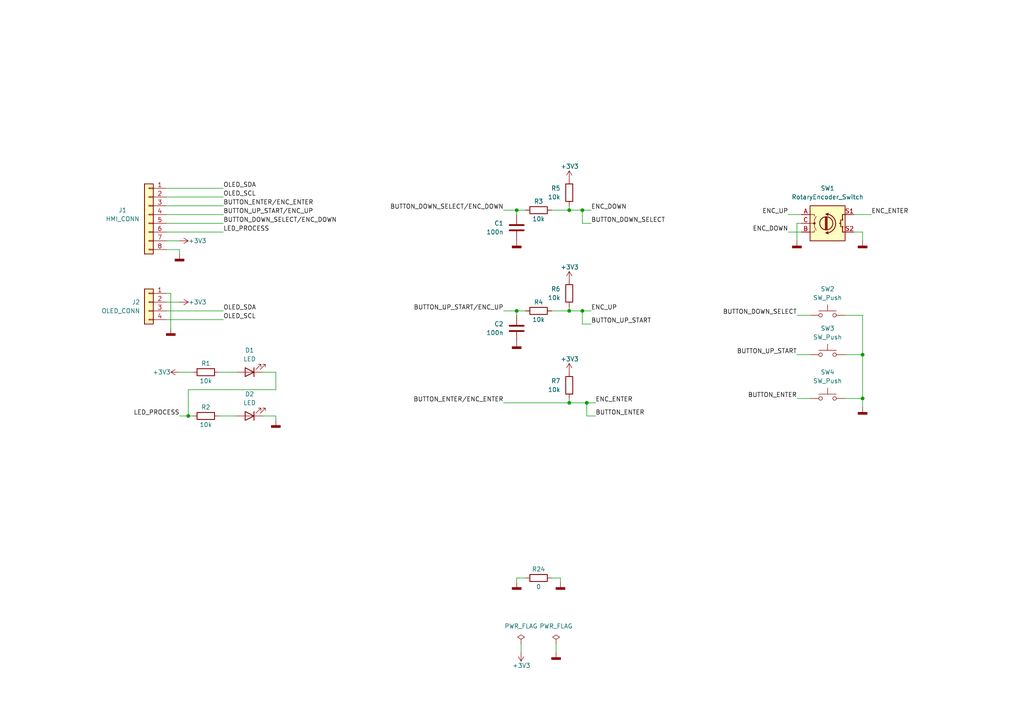
<source format=kicad_sch>
(kicad_sch (version 20211123) (generator eeschema)
  (paper "A4")
  (lib_symbols
    (symbol "Connector_Generic:Conn_01x04" (pin_names (offset 1.016) hide)
      (property "Reference" "J" (at 0 5.08 0))
      (property "Value" "Conn_01x04" (at 0 -7.62 0))
      (symbol "Conn_01x04_1_1"
        (rectangle (start -1.27 -4.953) (end 0 -5.207) (stroke (width 0.1524)))
        (rectangle (start -1.27 -2.413) (end 0 -2.667) (stroke (width 0.1524)))
        (rectangle (start -1.27 0.127) (end 0 -0.127) (stroke (width 0.1524)))
        (rectangle (start -1.27 2.667) (end 0 2.413) (stroke (width 0.1524)))
        (rectangle (start -1.27 3.81) (end 1.27 -6.35) (stroke (width 0.254)) (fill (type background)))
        (pin passive line (at -5.08 2.54 0) (length 3.81) (name "Pin_1") (number "1"))
        (pin passive line (at -5.08 0 0) (length 3.81) (name "Pin_2") (number "2"))
        (pin passive line (at -5.08 -2.54 0) (length 3.81) (name "Pin_3") (number "3"))
        (pin passive line (at -5.08 -5.08 0) (length 3.81) (name "Pin_4") (number "4"))
      )
    )
    (symbol "Connector_Generic:Conn_01x08" (pin_names (offset 1.016) hide)
      (property "Reference" "J" (at 0 10.16 0))
      (property "Value" "Conn_01x08" (at 0 -12.7 0))
      (symbol "Conn_01x08_1_1"
        (rectangle (start -1.27 -10.033) (end 0 -10.287) (stroke (width 0.1524)))
        (rectangle (start -1.27 -7.493) (end 0 -7.747) (stroke (width 0.1524)))
        (rectangle (start -1.27 -4.953) (end 0 -5.207) (stroke (width 0.1524)))
        (rectangle (start -1.27 -2.413) (end 0 -2.667) (stroke (width 0.1524)))
        (rectangle (start -1.27 0.127) (end 0 -0.127) (stroke (width 0.1524)))
        (rectangle (start -1.27 2.667) (end 0 2.413) (stroke (width 0.1524)))
        (rectangle (start -1.27 5.207) (end 0 4.953) (stroke (width 0.1524)))
        (rectangle (start -1.27 7.747) (end 0 7.493) (stroke (width 0.1524)))
        (rectangle (start -1.27 8.89) (end 1.27 -11.43) (stroke (width 0.254)) (fill (type background)))
        (pin passive line (at -5.08 7.62 0) (length 3.81) (name "Pin_1") (number "1"))
        (pin passive line (at -5.08 5.08 0) (length 3.81) (name "Pin_2") (number "2"))
        (pin passive line (at -5.08 2.54 0) (length 3.81) (name "Pin_3") (number "3"))
        (pin passive line (at -5.08 0 0) (length 3.81) (name "Pin_4") (number "4"))
        (pin passive line (at -5.08 -2.54 0) (length 3.81) (name "Pin_5") (number "5"))
        (pin passive line (at -5.08 -5.08 0) (length 3.81) (name "Pin_6") (number "6"))
        (pin passive line (at -5.08 -7.62 0) (length 3.81) (name "Pin_7") (number "7"))
        (pin passive line (at -5.08 -10.16 0) (length 3.81) (name "Pin_8") (number "8"))
      )
    )
    (symbol "Device:C" (pin_numbers hide) (pin_names (offset 0.254))
      (property "Reference" "C" (at 0.635 2.54 0))
      (property "Value" "C" (at 0.635 -2.54 0))
      (symbol "C_0_1"
        (polyline (pts (xy -2.032 -0.762) (xy 2.032 -0.762)) (stroke (width 0.508)))
        (polyline (pts (xy -2.032 0.762) (xy 2.032 0.762)) (stroke (width 0.508)))
      )
      (symbol "C_1_1"
        (pin passive line (at 0 3.81 270) (length 2.794) (name "~") (number "1"))
        (pin passive line (at 0 -3.81 90) (length 2.794) (name "~") (number "2"))
      )
    )
    (symbol "Device:LED" (pin_numbers hide) (pin_names (offset 1.016) hide)
      (property "Reference" "D" (at 0 2.54 0))
      (property "Value" "LED" (at 0 -2.54 0))
      (symbol "LED_0_1"
        (polyline (pts (xy -1.27 -1.27) (xy -1.27 1.27)) (stroke (width 0.254)))
        (polyline (pts (xy -1.27 0) (xy 1.27 0)))
        (polyline (pts (xy 1.27 -1.27) (xy 1.27 1.27) (xy -1.27 0) (xy 1.27 -1.27)) (stroke (width 0.254)))
        (polyline (pts (xy -3.048 -0.762) (xy -4.572 -2.286) (xy -3.81 -2.286) (xy -4.572 -2.286) (xy -4.572 -1.524)))
        (polyline (pts (xy -1.778 -0.762) (xy -3.302 -2.286) (xy -2.54 -2.286) (xy -3.302 -2.286) (xy -3.302 -1.524)))
      )
      (symbol "LED_1_1"
        (pin passive line (at -3.81 0 0) (length 2.54) (name "K") (number "1"))
        (pin passive line (at 3.81 0 180) (length 2.54) (name "A") (number "2"))
      )
    )
    (symbol "Device:R" (pin_numbers hide) (pin_names (offset 0))
      (property "Reference" "R" (at 2.032 0 90))
      (property "Value" "R" (at 0 0 90))
      (symbol "R_0_1"
        (rectangle (start -1.016 -2.54) (end 1.016 2.54) (stroke (width 0.254)))
      )
      (symbol "R_1_1"
        (pin passive line (at 0 3.81 270) (length 1.27) (name "~") (number "1"))
        (pin passive line (at 0 -3.81 90) (length 1.27) (name "~") (number "2"))
      )
    )
    (symbol "Device:RotaryEncoder_Switch" (pin_names (offset 0.254) hide)
      (property "Reference" "SW" (at 0 6.604 0))
      (property "Value" "RotaryEncoder_Switch" (at 0 -6.604 0))
      (symbol "RotaryEncoder_Switch_0_1"
        (rectangle (start -5.08 5.08) (end 5.08 -5.08) (stroke (width 0.254)) (fill (type background)))
        (circle (center -3.81 0) (radius 0.254) (fill (type outline)))
        (arc (start -0.381 -2.794) (mid 2.3622 -0.0508) (end -0.381 2.667) (stroke (width 0.254)))
        (circle (center -0.381 0) (radius 1.905) (stroke (width 0.254)))
        (polyline (pts (xy -0.635 -1.778) (xy -0.635 1.778)) (stroke (width 0.254)))
        (polyline (pts (xy -0.381 -1.778) (xy -0.381 1.778)) (stroke (width 0.254)))
        (polyline (pts (xy -0.127 1.778) (xy -0.127 -1.778)) (stroke (width 0.254)))
        (polyline (pts (xy 3.81 0) (xy 3.429 0)) (stroke (width 0.254)))
        (polyline (pts (xy 3.81 1.016) (xy 3.81 -1.016)) (stroke (width 0.254)))
        (polyline (pts (xy -5.08 -2.54) (xy -3.81 -2.54) (xy -3.81 -2.032)))
        (polyline (pts (xy -5.08 2.54) (xy -3.81 2.54) (xy -3.81 2.032)))
        (polyline (pts (xy 0.254 -3.048) (xy -0.508 -2.794) (xy 0.127 -2.413)) (stroke (width 0.254)))
        (polyline (pts (xy 0.254 2.921) (xy -0.508 2.667) (xy 0.127 2.286)) (stroke (width 0.254)))
        (polyline (pts (xy 5.08 -2.54) (xy 4.318 -2.54) (xy 4.318 -1.016)) (stroke (width 0.254)))
        (polyline (pts (xy 5.08 2.54) (xy 4.318 2.54) (xy 4.318 1.016)) (stroke (width 0.254)))
        (polyline (pts (xy -5.08 0) (xy -3.81 0) (xy -3.81 -1.016) (xy -3.302 -2.032)))
        (polyline (pts (xy -4.318 0) (xy -3.81 0) (xy -3.81 1.016) (xy -3.302 2.032)))
        (circle (center 4.318 -1.016) (radius 0.127) (stroke (width 0.254)))
        (circle (center 4.318 1.016) (radius 0.127) (stroke (width 0.254)))
      )
      (symbol "RotaryEncoder_Switch_1_1"
        (pin passive line (at -7.62 2.54 0) (length 2.54) (name "A") (number "A"))
        (pin passive line (at -7.62 -2.54 0) (length 2.54) (name "B") (number "B"))
        (pin passive line (at -7.62 0 0) (length 2.54) (name "C") (number "C"))
        (pin passive line (at 7.62 2.54 180) (length 2.54) (name "S1") (number "S1"))
        (pin passive line (at 7.62 -2.54 180) (length 2.54) (name "S2") (number "S2"))
      )
    )
    (symbol "Switch:SW_Push" (pin_numbers hide) (pin_names (offset 1.016) hide)
      (property "Reference" "SW" (at 1.27 2.54 0))
      (property "Value" "SW_Push" (at 0 -1.524 0))
      (symbol "SW_Push_0_1"
        (circle (center -2.032 0) (radius 0.508))
        (polyline (pts (xy 0 1.27) (xy 0 3.048)))
        (polyline (pts (xy 2.54 1.27) (xy -2.54 1.27)))
        (circle (center 2.032 0) (radius 0.508))
        (pin passive line (at -5.08 0 0) (length 2.54) (name "1") (number "1"))
        (pin passive line (at 5.08 0 180) (length 2.54) (name "2") (number "2"))
      )
    )
    (symbol "power:+3.3V" (power) (pin_names (offset 0))
      (property "Value" "+3.3V" (at 0 3.556 0))
      (symbol "+3.3V_0_1"
        (polyline (pts (xy -0.762 1.27) (xy 0 2.54)))
        (polyline (pts (xy 0 0) (xy 0 2.54)))
        (polyline (pts (xy 0 2.54) (xy 0.762 1.27)))
      )
      (symbol "+3.3V_1_1"
        (pin power_in line (at 0 0 90) (length 0) hide (name "+3V3") (number "1"))
      )
    )
    (symbol "power:GNDD" (power) (pin_names (offset 0))
      (property "Value" "GNDD" (at 0 -3.175 0))
      (symbol "GNDD_0_1"
        (rectangle (start -1.27 -1.524) (end 1.27 -2.032) (stroke (width 0.254)) (fill (type outline)))
        (polyline (pts (xy 0 0) (xy 0 -1.524)))
      )
      (symbol "GNDD_1_1"
        (pin power_in line (at 0 0 270) (length 0) hide (name "GNDD") (number "1"))
      )
    )
    (symbol "power:PWR_FLAG" (power) (pin_numbers hide) (pin_names (offset 0) hide)
      (property "Value" "PWR_FLAG" (at 0 3.81 0))
      (symbol "PWR_FLAG_0_0"
        (pin power_out line (at 0 0 90) (length 0) (name "pwr") (number "1"))
      )
      (symbol "PWR_FLAG_0_1"
        (polyline (pts (xy 0 0) (xy 0 1.27) (xy -1.016 1.905) (xy 0 2.54) (xy 1.016 1.905) (xy 0 1.27)))
      )
    )
  )
  (junction (at 165.1 60.96))
  (junction (at 250.19 115.57))
  (junction (at 54.61 120.65))
  (junction (at 168.91 60.96))
  (junction (at 149.86 60.96))
  (junction (at 149.86 90.17))
  (junction (at 170.18 116.84))
  (junction (at 168.91 90.17))
  (junction (at 165.1 90.17))
  (junction (at 165.1 116.84))
  (junction (at 250.19 102.87))
  (wire (pts (xy 63.5 107.95) (xy 68.58 107.95)))
  (wire (pts (xy 80.01 120.65) (xy 76.2 120.65)))
  (wire (pts (xy 168.91 60.96) (xy 168.91 64.77)))
  (wire (pts (xy 80.01 121.92) (xy 80.01 120.65)))
  (wire (pts (xy 48.26 62.23) (xy 64.77 62.23)))
  (wire (pts (xy 231.14 64.77) (xy 231.14 69.85)))
  (wire (pts (xy 149.86 90.17) (xy 152.4 90.17)))
  (wire (pts (xy 146.05 116.84) (xy 165.1 116.84)))
  (wire (pts (xy 165.1 115.57) (xy 165.1 116.84)))
  (wire (pts (xy 146.05 90.17) (xy 149.86 90.17)))
  (wire (pts (xy 168.91 90.17) (xy 171.45 90.17)))
  (wire (pts (xy 165.1 88.9) (xy 165.1 90.17)))
  (wire (pts (xy 52.07 107.95) (xy 55.88 107.95)))
  (wire (pts (xy 48.26 69.85) (xy 52.07 69.85)))
  (wire (pts (xy 171.45 60.96) (xy 168.91 60.96)))
  (wire (pts (xy 146.05 60.96) (xy 149.86 60.96)))
  (wire (pts (xy 149.86 90.17) (xy 149.86 91.44)))
  (wire (pts (xy 250.19 102.87) (xy 250.19 91.44)))
  (wire (pts (xy 52.07 87.63) (xy 48.26 87.63)))
  (wire (pts (xy 149.86 60.96) (xy 149.86 62.23)))
  (wire (pts (xy 168.91 93.98) (xy 171.45 93.98)))
  (wire (pts (xy 250.19 118.11) (xy 250.19 115.57)))
  (wire (pts (xy 48.26 90.17) (xy 64.77 90.17)))
  (wire (pts (xy 172.72 120.65) (xy 170.18 120.65)))
  (wire (pts (xy 250.19 67.31) (xy 250.19 69.85)))
  (wire (pts (xy 170.18 116.84) (xy 172.72 116.84)))
  (wire (pts (xy 48.26 54.61) (xy 64.77 54.61)))
  (wire (pts (xy 247.65 67.31) (xy 250.19 67.31)))
  (wire (pts (xy 168.91 64.77) (xy 171.45 64.77)))
  (wire (pts (xy 80.01 113.03) (xy 54.61 113.03)))
  (wire (pts (xy 48.26 64.77) (xy 64.77 64.77)))
  (wire (pts (xy 162.56 167.64) (xy 162.56 168.91)))
  (wire (pts (xy 49.53 85.09) (xy 49.53 95.25)))
  (wire (pts (xy 250.19 115.57) (xy 250.19 102.87)))
  (wire (pts (xy 247.65 62.23) (xy 252.73 62.23)))
  (wire (pts (xy 80.01 107.95) (xy 80.01 113.03)))
  (wire (pts (xy 149.86 60.96) (xy 152.4 60.96)))
  (wire (pts (xy 231.14 102.87) (xy 234.95 102.87)))
  (wire (pts (xy 165.1 60.96) (xy 160.02 60.96)))
  (wire (pts (xy 54.61 120.65) (xy 55.88 120.65)))
  (wire (pts (xy 161.29 186.69) (xy 161.29 189.23)))
  (wire (pts (xy 168.91 93.98) (xy 168.91 90.17)))
  (wire (pts (xy 149.86 167.64) (xy 149.86 168.91)))
  (wire (pts (xy 48.26 57.15) (xy 64.77 57.15)))
  (wire (pts (xy 245.11 115.57) (xy 250.19 115.57)))
  (wire (pts (xy 63.5 120.65) (xy 68.58 120.65)))
  (wire (pts (xy 231.14 115.57) (xy 234.95 115.57)))
  (wire (pts (xy 232.41 64.77) (xy 231.14 64.77)))
  (wire (pts (xy 48.26 59.69) (xy 64.77 59.69)))
  (wire (pts (xy 165.1 90.17) (xy 160.02 90.17)))
  (wire (pts (xy 165.1 116.84) (xy 170.18 116.84)))
  (wire (pts (xy 52.07 120.65) (xy 54.61 120.65)))
  (wire (pts (xy 168.91 60.96) (xy 165.1 60.96)))
  (wire (pts (xy 250.19 91.44) (xy 245.11 91.44)))
  (wire (pts (xy 165.1 90.17) (xy 168.91 90.17)))
  (wire (pts (xy 48.26 67.31) (xy 64.77 67.31)))
  (wire (pts (xy 228.6 67.31) (xy 232.41 67.31)))
  (wire (pts (xy 76.2 107.95) (xy 80.01 107.95)))
  (wire (pts (xy 245.11 102.87) (xy 250.19 102.87)))
  (wire (pts (xy 151.13 186.69) (xy 151.13 189.23)))
  (wire (pts (xy 170.18 120.65) (xy 170.18 116.84)))
  (wire (pts (xy 165.1 59.69) (xy 165.1 60.96)))
  (wire (pts (xy 152.4 167.64) (xy 149.86 167.64)))
  (wire (pts (xy 52.07 72.39) (xy 52.07 73.66)))
  (wire (pts (xy 49.53 85.09) (xy 48.26 85.09)))
  (wire (pts (xy 54.61 113.03) (xy 54.61 120.65)))
  (wire (pts (xy 48.26 92.71) (xy 64.77 92.71)))
  (wire (pts (xy 48.26 72.39) (xy 52.07 72.39)))
  (wire (pts (xy 231.14 91.44) (xy 234.95 91.44)))
  (wire (pts (xy 228.6 62.23) (xy 232.41 62.23)))
  (wire (pts (xy 160.02 167.64) (xy 162.56 167.64)))
  (label "OLED_SCL" (at 64.77 92.71 0))
  (label "ENC_DOWN" (at 171.45 60.96 0))
  (label "BUTTON_DOWN_SELECT{slash}ENC_DOWN" (at 64.77 64.77 0))
  (label "BUTTON_UP_START" (at 231.14 102.87 180))
  (label "BUTTON_UP_START{slash}ENC_UP" (at 146.05 90.17 180))
  (label "BUTTON_ENTER" (at 231.14 115.57 180))
  (label "BUTTON_ENTER{slash}ENC_ENTER" (at 146.05 116.84 180))
  (label "ENC_ENTER" (at 252.73 62.23 0))
  (label "BUTTON_UP_START{slash}ENC_UP" (at 64.77 62.23 0))
  (label "ENC_UP" (at 228.6 62.23 180))
  (label "OLED_SCL" (at 64.77 57.15 0))
  (label "OLED_SDA" (at 64.77 90.17 0))
  (label "LED_PROCESS" (at 64.77 67.31 0))
  (label "ENC_UP" (at 171.45 90.17 0))
  (label "ENC_DOWN" (at 228.6 67.31 180))
  (label "LED_PROCESS" (at 52.07 120.65 180))
  (label "BUTTON_ENTER" (at 172.72 120.65 0))
  (label "OLED_SDA" (at 64.77 54.61 0))
  (label "BUTTON_ENTER{slash}ENC_ENTER" (at 64.77 59.69 0))
  (label "BUTTON_UP_START" (at 171.45 93.98 0))
  (label "BUTTON_DOWN_SELECT" (at 231.14 91.44 180))
  (label "ENC_ENTER" (at 172.72 116.84 0))
  (label "BUTTON_DOWN_SELECT{slash}ENC_DOWN" (at 146.05 60.96 180))
  (label "BUTTON_DOWN_SELECT" (at 171.45 64.77 0))
  (symbol (lib_id "power:GNDD") (at 49.53 95.25 0) (unit 1)
    (property "Reference" "#PWR01" (effects hide))
    (property "Value" "GNDD" (effects hide))
  )
  (symbol (lib_id "Connector_Generic:Conn_01x08") (at 43.18 62.23 0) (mirror y) (unit 1)
    (property "Reference" "J1" (at 35.56 60.96 0))
    (property "Value" "HMI_CONN" (at 35.56 63.5 0))
    (property "Footprint" "Connector_PinHeader_2.54mm:PinHeader_1x08_P2.54mm_Horizontal" (effects hide))
  )
  (symbol (lib_id "power:PWR_FLAG") (at 151.13 186.69 0) (unit 1)
    (property "Reference" "#FLG0101" (effects hide))
    (property "Value" "PWR_FLAG" (at 151.13 181.61 0))
  )
  (symbol (lib_id "power:GNDD") (at 80.01 121.92 0) (mirror y) (unit 1)
    (property "Reference" "#PWR05" (effects hide))
    (property "Value" "GNDD" (effects hide))
  )
  (symbol (lib_id "power:+3.3V") (at 52.07 87.63 270) (unit 1)
    (property "Reference" "#PWR02" (effects hide))
    (property "Value" "+3.3V" (at 54.61 87.63 90) (effects (justify left)))
  )
  (symbol (lib_id "Device:R") (at 156.21 90.17 270) (mirror x) (unit 1)
    (property "Reference" "R4" (at 156.21 87.63 90))
    (property "Value" "10k" (at 156.21 92.71 90))
    (property "Footprint" "Resistor_SMD:R_0805_2012Metric" (effects hide))
  )
  (symbol (lib_id "Device:LED") (at 72.39 120.65 180) (unit 1)
    (property "Reference" "D2" (at 72.39 114.3 0))
    (property "Value" "LED" (at 72.39 116.84 0))
    (property "Footprint" "LED_THT:LED_D3.0mm_Clear" (effects hide))
  )
  (symbol (lib_id "Device:C") (at 149.86 95.25 0) (mirror y) (unit 1)
    (property "Reference" "C2" (at 146.05 93.9799 0) (effects (justify left)))
    (property "Value" "100n" (at 146.05 96.5199 0) (effects (justify left)))
    (property "Footprint" "Capacitor_SMD:C_0805_2012Metric" (effects hide))
  )
  (symbol (lib_id "power:GNDD") (at 149.86 168.91 0) (unit 1)
    (property "Reference" "#PWR010" (effects hide))
    (property "Value" "GNDD" (effects hide))
  )
  (symbol (lib_id "Switch:SW_Push") (at 240.03 91.44 0) (unit 1)
    (property "Reference" "SW2" (at 240.03 83.82 0))
    (property "Value" "SW_Push" (at 240.03 86.36 0))
    (property "Footprint" "Button_Switch_THT:SW_PUSH_6mm" (effects hide))
  )
  (symbol (lib_id "power:+3.3V") (at 165.1 81.28 0) (unit 1)
    (property "Reference" "#PWR011" (effects hide))
    (property "Value" "+3.3V" (at 162.56 77.47 0) (effects (justify left)))
  )
  (symbol (lib_id "power:+3.3V") (at 165.1 52.07 0) (unit 1)
    (property "Reference" "#PWR09" (effects hide))
    (property "Value" "+3.3V" (at 162.56 48.26 0) (effects (justify left)))
  )
  (symbol (lib_id "Device:C") (at 149.86 66.04 0) (mirror y) (unit 1)
    (property "Reference" "C1" (at 146.05 64.7699 0) (effects (justify left)))
    (property "Value" "100n" (at 146.05 67.3099 0) (effects (justify left)))
    (property "Footprint" "Capacitor_SMD:C_0805_2012Metric" (effects hide))
  )
  (symbol (lib_id "Device:R") (at 156.21 60.96 270) (mirror x) (unit 1)
    (property "Reference" "R3" (at 156.21 58.42 90))
    (property "Value" "10k" (at 156.21 63.5 90))
    (property "Footprint" "Resistor_SMD:R_0805_2012Metric" (effects hide))
  )
  (symbol (lib_id "Device:R") (at 59.69 120.65 270) (mirror x) (unit 1)
    (property "Reference" "R2" (at 59.69 118.11 90))
    (property "Value" "10k" (at 59.69 123.19 90))
    (property "Footprint" "Resistor_SMD:R_0805_2012Metric" (effects hide))
  )
  (symbol (lib_id "power:GNDD") (at 231.14 69.85 0) (mirror y) (unit 1)
    (property "Reference" "#PWR013" (effects hide))
    (property "Value" "GNDD" (effects hide))
  )
  (symbol (lib_id "Device:LED") (at 72.39 107.95 180) (unit 1)
    (property "Reference" "D1" (at 72.39 101.6 0))
    (property "Value" "LED" (at 72.39 104.14 0))
    (property "Footprint" "LED_THT:LED_D3.0mm_Clear" (effects hide))
  )
  (symbol (lib_id "power:PWR_FLAG") (at 161.29 186.69 0) (unit 1)
    (property "Reference" "#FLG0103" (effects hide))
    (property "Value" "PWR_FLAG" (at 161.29 181.61 0))
  )
  (symbol (lib_id "power:+3.3V") (at 165.1 107.95 0) (unit 1)
    (property "Reference" "#PWR012" (effects hide))
    (property "Value" "+3.3V" (at 162.56 104.14 0) (effects (justify left)))
  )
  (symbol (lib_id "power:GNDD") (at 52.07 73.66 0) (unit 1)
    (property "Reference" "#PWR034" (effects hide))
    (property "Value" "GNDD" (effects hide))
  )
  (symbol (lib_id "Switch:SW_Push") (at 240.03 115.57 0) (unit 1)
    (property "Reference" "SW4" (at 240.03 107.95 0))
    (property "Value" "SW_Push" (at 240.03 110.49 0))
    (property "Footprint" "Button_Switch_THT:SW_PUSH_6mm" (effects hide))
  )
  (symbol (lib_id "power:+3.3V") (at 52.07 107.95 90) (mirror x) (unit 1)
    (property "Reference" "#PWR03" (effects hide))
    (property "Value" "+3.3V" (at 49.53 107.95 90) (effects (justify left)))
  )
  (symbol (lib_id "power:GNDD") (at 149.86 69.85 0) (mirror y) (unit 1)
    (property "Reference" "#PWR06" (effects hide))
    (property "Value" "GNDD" (effects hide))
  )
  (symbol (lib_id "Device:RotaryEncoder_Switch") (at 240.03 64.77 0) (unit 1)
    (property "Reference" "SW1" (at 240.03 54.61 0))
    (property "Value" "RotaryEncoder_Switch" (at 240.03 57.15 0))
    (property "Footprint" "Rotary_Encoder:RotaryEncoder_Alps_EC11E-Switch_Vertical_H20mm" (effects hide))
  )
  (symbol (lib_id "power:+3.3V") (at 151.13 189.23 0) (mirror x) (unit 1)
    (property "Reference" "#PWR0102" (effects hide))
    (property "Value" "+3.3V" (at 148.59 193.04 0) (effects (justify left)))
  )
  (symbol (lib_id "Device:R") (at 165.1 85.09 0) (mirror y) (unit 1)
    (property "Reference" "R6" (at 162.56 83.8199 0) (effects (justify left)))
    (property "Value" "10k" (at 162.56 86.3599 0) (effects (justify left)))
    (property "Footprint" "Resistor_SMD:R_0805_2012Metric" (effects hide))
  )
  (symbol (lib_id "power:GNDD") (at 161.29 189.23 0) (unit 1)
    (property "Reference" "#PWR0155" (effects hide))
    (property "Value" "GNDD" (effects hide))
  )
  (symbol (lib_id "power:GNDD") (at 250.19 118.11 0) (mirror y) (unit 1)
    (property "Reference" "#PWR015" (effects hide))
    (property "Value" "GNDD" (effects hide))
  )
  (symbol (lib_id "power:GNDD") (at 162.56 168.91 0) (unit 1)
    (property "Reference" "#PWR053" (effects hide))
    (property "Value" "GNDD" (effects hide))
  )
  (symbol (lib_id "Device:R") (at 59.69 107.95 270) (mirror x) (unit 1)
    (property "Reference" "R1" (at 59.69 105.41 90))
    (property "Value" "10k" (at 59.69 110.49 90))
    (property "Footprint" "Resistor_SMD:R_1206_3216Metric" (effects hide))
  )
  (symbol (lib_id "Switch:SW_Push") (at 240.03 102.87 0) (unit 1)
    (property "Reference" "SW3" (at 240.03 95.25 0))
    (property "Value" "SW_Push" (at 240.03 97.79 0))
    (property "Footprint" "Button_Switch_THT:SW_PUSH_6mm" (effects hide))
  )
  (symbol (lib_id "power:GNDD") (at 250.19 69.85 0) (mirror y) (unit 1)
    (property "Reference" "#PWR014" (effects hide))
    (property "Value" "GNDD" (effects hide))
  )
  (symbol (lib_id "Connector_Generic:Conn_01x04") (at 43.18 87.63 0) (mirror y) (unit 1)
    (property "Reference" "J2" (at 40.64 87.6299 0) (effects (justify left)))
    (property "Value" "OLED_CONN" (at 40.64 90.1699 0) (effects (justify left)))
    (property "Footprint" "Connector_PinHeader_2.54mm:PinHeader_1x04_P2.54mm_Vertical" (effects hide))
  )
  (symbol (lib_id "power:GNDD") (at 149.86 99.06 0) (mirror y) (unit 1)
    (property "Reference" "#PWR07" (effects hide))
    (property "Value" "GNDD" (effects hide))
  )
  (symbol (lib_id "Device:R") (at 165.1 55.88 0) (mirror y) (unit 1)
    (property "Reference" "R5" (at 162.56 54.6099 0) (effects (justify left)))
    (property "Value" "10k" (at 162.56 57.1499 0) (effects (justify left)))
    (property "Footprint" "Resistor_SMD:R_0805_2012Metric" (effects hide))
  )
  (symbol (lib_id "power:+3.3V") (at 52.07 69.85 270) (unit 1)
    (property "Reference" "#PWR038" (effects hide))
    (property "Value" "+3.3V" (at 54.61 69.85 90) (effects (justify left)))
  )
  (symbol (lib_id "Device:R") (at 156.21 167.64 90) (unit 1)
    (property "Reference" "R24" (at 156.21 165.1 90))
    (property "Value" "0" (at 156.21 170.18 90))
    (property "Footprint" "Resistor_SMD:R_1206_3216Metric" (effects hide))
  )
  (symbol (lib_id "Device:R") (at 165.1 111.76 0) (mirror y) (unit 1)
    (property "Reference" "R7" (at 162.56 110.4899 0) (effects (justify left)))
    (property "Value" "10k" (at 162.56 113.0299 0) (effects (justify left)))
    (property "Footprint" "Resistor_SMD:R_0805_2012Metric" (effects hide))
  )
)
</source>
